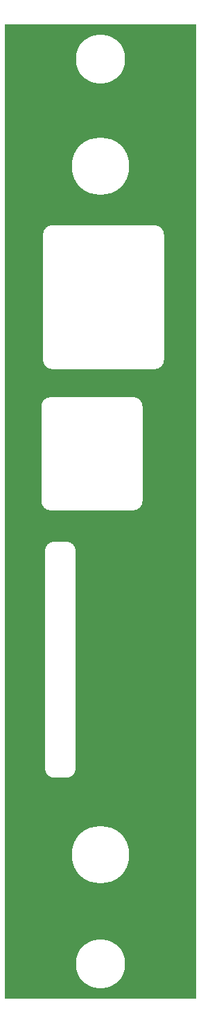
<source format=gbl>
G04 ================== begin FILE IDENTIFICATION RECORD ==================*
G04 Layout Name:  front_panel.brd*
G04 Film Name:    BOTTOM*
G04 File Format:  Gerber RS274X*
G04 File Origin:  Cadence Allegro 17.2-S057*
G04 Origin Date:  Wed Aug 07 22:13:20 2019*
G04 *
G04 Layer:  ETCH/BOTTOM*
G04 Layer:  PIN/BOTTOM*
G04 Layer:  VIA CLASS/BOTTOM*
G04 *
G04 Offset:    (0.00 0.00)*
G04 Mirror:    No*
G04 Mode:      Positive*
G04 Rotation:  0*
G04 FullContactRelief:  No*
G04 UndefLineWidth:     0.00*
G04 ================== end FILE IDENTIFICATION RECORD ====================*
%FSLAX25Y25*MOIN*%
%IR0*IPPOS*OFA0.00000B0.00000*MIA0B0*SFA1.00000B1.00000*%
%ADD10C,.23628*%
%ADD11C,.27566*%
G75*
%LPD*%
G75*
G36*
G01X45999Y233499D02*
Y-233499D01*
X-45999D01*
Y233499D01*
X45999D01*
G37*
%LPC*%
G75*
G36*
G01X-28448Y50315D02*
G02X-23945Y54818I4503J0D01*
G01X15755D01*
G02X20258Y50315I0J-4503D01*
G01Y5015D01*
G02X15755Y512I-4503J0D01*
G01X-23945D01*
G02X-28448Y5015I0J4503D01*
G01Y50315D01*
G37*
G36*
G01X-27626Y132705D02*
G02X-23124Y137208I4502J1D01*
G01X26076D01*
G02X30578Y132705I-1J-4503D01*
G01Y72705D01*
G02X26076Y68202I-4502J-1D01*
G01X-23124D01*
G02X-27626Y72705I1J4503D01*
G01Y132705D01*
G37*
G36*
G01X-26694Y-18936D02*
G02X-22192Y-14434I4502J0D01*
G01X-16392D01*
G02X-11890Y-18936I0J-4502D01*
G01Y-123136D01*
G02X-16392Y-127638I-4502J0D01*
G01X-22192D01*
G02X-26694Y-123136I0J4502D01*
G01Y-18936D01*
G37*
G54D10*
X0Y-216700D03*
Y216700D03*
G54D11*
Y165500D03*
Y-164500D03*
M02*

</source>
